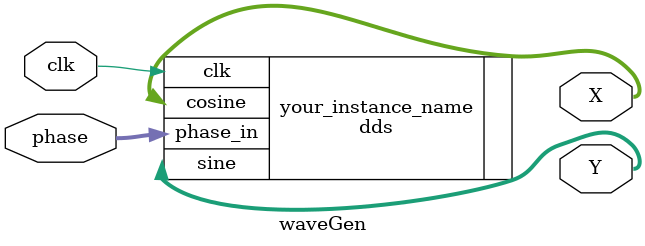
<source format=v>
`timescale 1ns / 1ps
module waveGen(input clk,
					input [9:0] phase,
					output [9:0]X,
					output [9:0]Y
    );
	
	dds your_instance_name (
  .clk(clk), // input clk
  .phase_in(phase), // input [15 : 0] phase_in
  .cosine(X), // output [15 : 0] cosine
  .sine(Y) // output [15 : 0] sine
);
	/*
	sinGen your_instance_name (
  .phase_in(phase), // input [15 : 0] phase_in
  .x_out(X), // output [15 : 0] x_out
  .y_out(Y), // output [15 : 0] y_out
  .clk(clk) // input clk
  );
  */
endmodule

</source>
